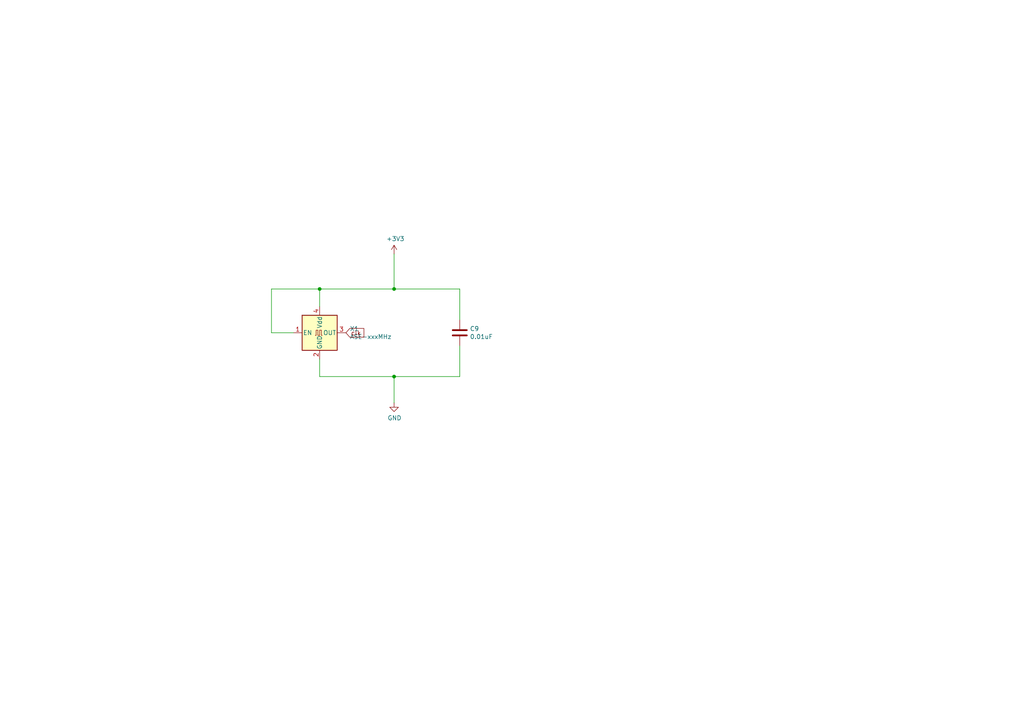
<source format=kicad_sch>
(kicad_sch (version 20211123) (generator eeschema)
  (paper "A4")
  (lib_symbols
    (symbol "Device:C" (pin_numbers hide) (pin_names (offset 0.254))
      (property "Reference" "C" (at 0.635 2.54 0))
      (property "Value" "C" (at 0.635 -2.54 0))
      (symbol "C_0_1"
        (polyline (pts (xy -2.032 -0.762) (xy 2.032 -0.762)) (stroke (width 0.508)))
        (polyline (pts (xy -2.032 0.762) (xy 2.032 0.762)) (stroke (width 0.508)))
      )
      (symbol "C_1_1"
        (pin passive line (at 0 3.81 270) (length 2.794) (name "~") (number "1"))
        (pin passive line (at 0 -3.81 90) (length 2.794) (name "~") (number "2"))
      )
    )
    (symbol "Oscillator:ASE-xxxMHz" (pin_names (offset 0.254))
      (property "Reference" "X" (at -5.08 6.35 0))
      (property "Value" "ASE-xxxMHz" (at 1.27 -6.35 0))
      (symbol "ASE-xxxMHz_0_1"
        (rectangle (start -5.08 5.08) (end 5.08 -5.08) (stroke (width 0.254)) (fill (type background)))
        (polyline (pts (xy -1.27 -0.762) (xy -1.016 -0.762) (xy -1.016 0.762) (xy -0.508 0.762) (xy -0.508 -0.762) (xy 0 -0.762) (xy 0 0.762) (xy 0.508 0.762) (xy 0.508 -0.762) (xy 0.762 -0.762)))
      )
      (symbol "ASE-xxxMHz_1_1"
        (pin input line (at -7.62 0 0) (length 2.54) (name "EN") (number "1"))
        (pin power_in line (at 0 -7.62 90) (length 2.54) (name "GND") (number "2"))
        (pin output line (at 7.62 0 180) (length 2.54) (name "OUT") (number "3"))
        (pin power_in line (at 0 7.62 270) (length 2.54) (name "Vdd") (number "4"))
      )
    )
    (symbol "power:+3V3" (power) (pin_names (offset 0))
      (property "Value" "+3V3" (at 0 3.556 0))
      (symbol "+3V3_0_1"
        (polyline (pts (xy -0.762 1.27) (xy 0 2.54)))
        (polyline (pts (xy 0 0) (xy 0 2.54)))
        (polyline (pts (xy 0 2.54) (xy 0.762 1.27)))
      )
      (symbol "+3V3_1_1"
        (pin power_in line (at 0 0 90) (length 0) hide (name "+3V3") (number "1"))
      )
    )
    (symbol "power:GND" (power) (pin_names (offset 0))
      (property "Value" "GND" (at 0 -3.81 0))
      (symbol "GND_0_1"
        (polyline (pts (xy 0 0) (xy 0 -1.27) (xy 1.27 -1.27) (xy 0 -2.54) (xy -1.27 -1.27) (xy 0 -1.27)))
      )
      (symbol "GND_1_1"
        (pin power_in line (at 0 0 270) (length 0) hide (name "GND") (number "1"))
      )
    )
  )
  (junction (at 114.3 83.82))
  (junction (at 114.3 109.22))
  (junction (at 92.71 83.82))
  (wire (pts (xy 114.3 83.82) (xy 133.35 83.82)))
  (wire (pts (xy 92.71 109.22) (xy 114.3 109.22)))
  (wire (pts (xy 92.71 83.82) (xy 114.3 83.82)))
  (wire (pts (xy 114.3 109.22) (xy 114.3 116.84)))
  (wire (pts (xy 114.3 109.22) (xy 133.35 109.22)))
  (wire (pts (xy 114.3 83.82) (xy 114.3 73.66)))
  (wire (pts (xy 78.74 83.82) (xy 92.71 83.82)))
  (wire (pts (xy 92.71 88.9) (xy 92.71 83.82)))
  (wire (pts (xy 133.35 109.22) (xy 133.35 100.33)))
  (wire (pts (xy 92.71 104.14) (xy 92.71 109.22)))
  (wire (pts (xy 133.35 83.82) (xy 133.35 92.71)))
  (wire (pts (xy 78.74 96.52) (xy 78.74 83.82)))
  (wire (pts (xy 85.09 96.52) (xy 78.74 96.52)))
  (global_label "clk" (shape input) (at 100.33 96.52 0) (property "Intersheet References" "${INTERSHEET_REFS}" (effects hide)))
  (symbol (lib_id "Oscillator:ASE-xxxMHz") (at 92.71 96.52 0) (unit 1)
    (property "Reference" "X1" (at 101.4476 95.3516 0) (effects (justify left)))
    (property "Value" "ASE-xxxMHz" (at 101.4476 97.663 0) (effects (justify left)))
    (property "Footprint" "Oscillator:Oscillator_SMD_Abracon_ASE-4Pin_3.2x2.5mm" (effects hide))
    (property "Datasheet" "http://www.abracon.com/Oscillators/ASV.pdf" (effects hide))
  )
  (symbol (lib_id "Device:C") (at 133.35 96.52 0) (unit 1)
    (property "Reference" "C9" (at 136.271 95.3516 0) (effects (justify left)))
    (property "Value" "0.01uF" (at 136.271 97.663 0) (effects (justify left)))
    (property "Footprint" "Capacitor_SMD:C_0402_1005Metric" (effects hide))
  )
  (symbol (lib_id "power:GND") (at 114.3 116.84 0) (unit 1)
    (property "Reference" "#PWR024" (effects hide))
    (property "Value" "GND" (at 114.427 121.2342 0))
  )
  (symbol (lib_id "power:+3V3") (at 114.3 73.66 0) (unit 1)
    (property "Reference" "#PWR023" (effects hide))
    (property "Value" "+3V3" (at 114.681 69.2658 0))
  )
)
</source>
